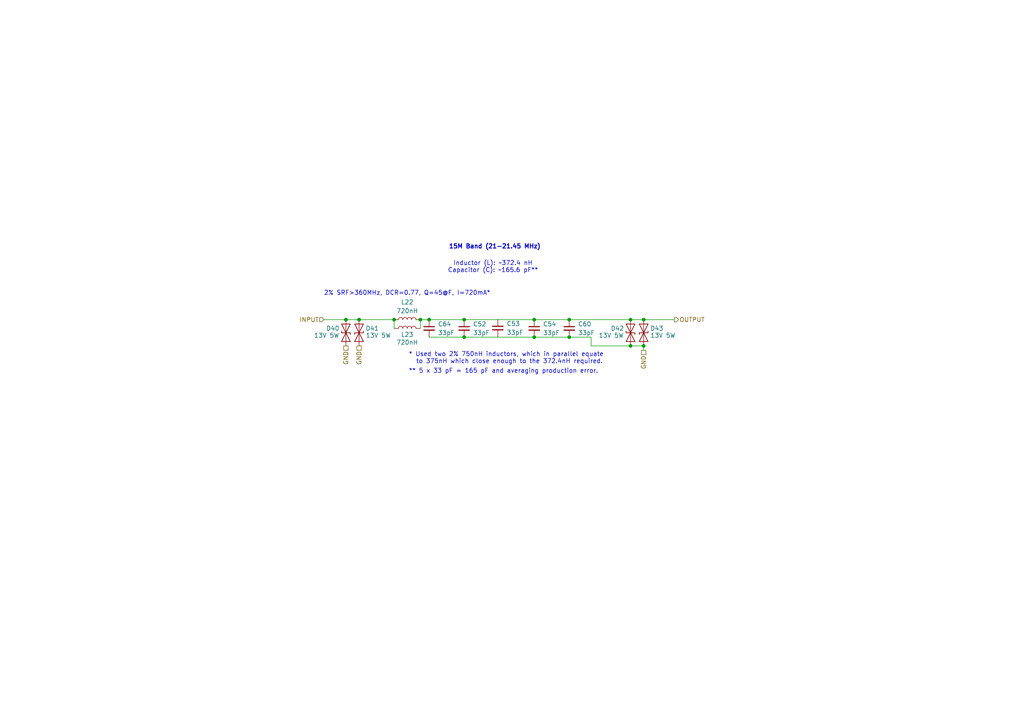
<source format=kicad_sch>
(kicad_sch (version 20231120) (generator "eeschema") (generator_version "8.0")
  (paper "A4")
  (lib_symbols
    (symbol "Device:C_Small" (pin_numbers hide) (pin_names (offset 0.254) hide)
      (property "Reference" "C" (at 0.254 1.778 0))
      (property "Value" "C_Small" (at 0.254 -2.032 0))
      (symbol "C_Small_0_1"
        (polyline (pts (xy -1.524 -0.508) (xy 1.524 -0.508)) (stroke (width 0.3302)))
        (polyline (pts (xy -1.524 0.508) (xy 1.524 0.508)) (stroke (width 0.3048)))
      )
      (symbol "C_Small_1_1"
        (pin passive line (at 0 2.54 270) (length 2.032) (name "~") (number "1"))
        (pin passive line (at 0 -2.54 90) (length 2.032) (name "~") (number "2"))
      )
    )
    (symbol "Device:L" (pin_numbers hide) (pin_names (offset 1.016) hide)
      (property "Reference" "L" (at -1.27 0 90))
      (property "Value" "L" (at 1.905 0 90))
      (symbol "L_0_1"
        (arc (start 0 -2.54) (mid 0.6323 -1.905) (end 0 -1.27))
        (arc (start 0 -1.27) (mid 0.6323 -0.635) (end 0 0))
        (arc (start 0 0) (mid 0.6323 0.635) (end 0 1.27))
        (arc (start 0 1.27) (mid 0.6323 1.905) (end 0 2.54))
      )
      (symbol "L_1_1"
        (pin passive line (at 0 3.81 270) (length 1.27) (name "1") (number "1"))
        (pin passive line (at 0 -3.81 90) (length 1.27) (name "2") (number "2"))
      )
    )
    (symbol "Diode:SD15_SOD323" (pin_numbers hide) (pin_names (offset 1.016) hide)
      (property "Reference" "D" (at 0 2.54 0))
      (property "Value" "SD15_SOD323" (at 0 -2.54 0))
      (symbol "SD15_SOD323_0_1"
        (polyline (pts (xy 1.27 0) (xy -1.27 0)))
        (polyline (pts (xy -2.54 -1.27) (xy 0 0) (xy -2.54 1.27) (xy -2.54 -1.27)) (stroke (width 0.2032)))
        (polyline (pts (xy 0.508 1.27) (xy 0 1.27) (xy 0 -1.27) (xy -0.508 -1.27)) (stroke (width 0.2032)))
        (polyline (pts (xy 2.54 1.27) (xy 2.54 -1.27) (xy 0 0) (xy 2.54 1.27)) (stroke (width 0.2032)))
      )
      (symbol "SD15_SOD323_1_1"
        (pin passive line (at -3.81 0 0) (length 2.54) (name "A1") (number "1"))
        (pin passive line (at 3.81 0 180) (length 2.54) (name "A2") (number "2"))
      )
    )
  )
  (junction (at 114.3 92.71))
  (junction (at 134.62 92.71))
  (junction (at 182.88 100.33))
  (junction (at 154.94 92.71))
  (junction (at 165.1 92.71))
  (junction (at 182.88 92.71))
  (junction (at 104.14 92.71))
  (junction (at 186.69 100.33))
  (junction (at 154.94 97.79))
  (junction (at 186.69 92.71))
  (junction (at 124.46 92.71))
  (junction (at 100.33 92.71))
  (junction (at 121.92 92.71))
  (junction (at 165.1 97.79))
  (junction (at 134.62 97.79))
  (wire (pts (xy 186.69 100.33) (xy 186.69 101.6)))
  (wire (pts (xy 182.88 92.71) (xy 186.69 92.71)))
  (wire (pts (xy 134.62 92.71) (xy 154.94 92.71)))
  (wire (pts (xy 171.45 100.33) (xy 182.88 100.33)))
  (wire (pts (xy 165.1 92.71) (xy 182.88 92.71)))
  (wire (pts (xy 100.33 92.71) (xy 104.14 92.71)))
  (wire (pts (xy 124.46 97.79) (xy 134.62 97.79)))
  (wire (pts (xy 121.92 92.71) (xy 124.46 92.71)))
  (wire (pts (xy 93.98 92.71) (xy 100.33 92.71)))
  (wire (pts (xy 104.14 92.71) (xy 114.3 92.71)))
  (wire (pts (xy 186.69 92.71) (xy 195.58 92.71)))
  (wire (pts (xy 182.88 100.33) (xy 186.69 100.33)))
  (wire (pts (xy 171.45 100.33) (xy 171.45 97.79)))
  (wire (pts (xy 124.46 92.71) (xy 134.62 92.71)))
  (wire (pts (xy 154.94 97.79) (xy 165.1 97.79)))
  (wire (pts (xy 165.1 97.79) (xy 171.45 97.79)))
  (wire (pts (xy 114.3 92.71) (xy 114.3 95.25)))
  (wire (pts (xy 154.94 92.71) (xy 165.1 92.71)))
  (wire (pts (xy 121.92 92.71) (xy 121.92 95.25)))
  (wire (pts (xy 134.62 97.79) (xy 154.94 97.79)))
  (text "15M Band (21-21.45 MHz)" (at 143.51 71.628 0) (effects (font (size 1.27 1.27) (thickness 0.254) (bold yes))))
  (text "* Used two 2% 750nH inductors, which in parallel equate\n  to 375nH which close enough to the 372.4nH required." (at 146.812 103.886 0) (effects (font (size 1.27 1.27))))
  (text "** 5 x 33 pF = 165 pF and averaging production error." (at 146.05 107.696 0) (effects (font (size 1.27 1.27))))
  (text "2% SRF>360MHz, DCR=0.77, Q=45@F, I=720mA*" (at 118.11 85.09 0) (effects (font (size 1.27 1.27))))
  (text "Inductor (L): ~372.4 nH\nCapacitor (C): ~165.6 pF**" (at 143.002 77.47 0) (effects (font (size 1.27 1.27))))
  (hierarchical_label "OUTPUT" (shape output) (at 195.58 92.71 0))
  (hierarchical_label "GND" (shape passive) (at 104.14 100.33 270))
  (hierarchical_label "INPUT" (shape input) (at 93.98 92.71 180))
  (hierarchical_label "GND" (shape passive) (at 186.69 101.6 270))
  (hierarchical_label "GND" (shape passive) (at 100.33 100.33 270))
  (symbol (lib_id "Device:L") (at 118.11 95.25 90) (unit 1)
    (property "Reference" "L23" (at 118.11 97.028 90))
    (property "Value" "720nH" (at 118.11 99.314 90))
    (property "Footprint" "Inductor_SMD:L_1008_2520Metric" (effects (hide yes)))
    (property "Datasheet" "https://wmsc.lcsc.com/wmsc/upload/file/pdf/v2/lcsc/2304140030_PSA-Prosperity-Dielectrics-FEC1008CP-R75G-LRH_C346454.pdf" (effects (hide yes)))
    (property "Description" "360mA 750nH ±2% 1.54Ω 1008 Inductors (SMD) ROHS" (effects (hide yes)))
    (property "Notes" "For 15M band, 21-21.45MHz" (effects (hide yes)))
    (property "LCSC Part #" "C346454" (effects (hide yes)))
    (property "MPN" "FEC1008CP-R75G-LRH" (effects (hide yes)))
    (property "Manufacturer" "Prosperity Dielectrics" (effects (hide yes)))
  )
  (symbol (lib_id "Diode:SD15_SOD323") (at 186.69 96.52 270) (mirror x) (unit 1)
    (property "Reference" "D43" (at 190.5 95.25 90))
    (property "Value" "13V 5W" (at 192.278 97.282 90))
    (property "Footprint" "Diode_SMD:D_0603_1608Metric" (effects (hide yes)))
    (property "Datasheet" "https://wmsc.lcsc.com/wmsc/upload/file/pdf/v2/lcsc/1912111437_DOWO-SMB5350B_C284082.pdf" (effects (hide yes)))
    (property "Description" "Independent Type 5W 13V SMB(DO-214AA) Zener Diodes ROHS" (effects (hide yes)))
    (property "LCSC Part #" "C284082" (effects (hide yes)))
    (property "MPN" "SMB5350B" (effects (hide yes)))
    (property "Manufacturer" "DOWO" (effects (hide yes)))
  )
  (symbol (lib_id "Diode:SD15_SOD323") (at 100.33 96.52 90) (unit 1)
    (property "Reference" "D40" (at 96.52 95.25 90))
    (property "Value" "13V 5W" (at 94.742 97.282 90))
    (property "Footprint" "Diode_SMD:D_0603_1608Metric" (effects (hide yes)))
    (property "Datasheet" "https://wmsc.lcsc.com/wmsc/upload/file/pdf/v2/lcsc/1912111437_DOWO-SMB5350B_C284082.pdf" (effects (hide yes)))
    (property "Description" "Independent Type 5W 13V SMB(DO-214AA) Zener Diodes ROHS" (effects (hide yes)))
    (property "LCSC Part #" "C284082" (effects (hide yes)))
    (property "MPN" "SMB5350B" (effects (hide yes)))
    (property "Manufacturer" "DOWO" (effects (hide yes)))
  )
  (symbol (lib_id "Device:C_Small") (at 124.46 95.25 0) (unit 1)
    (property "Reference" "C64" (at 127 93.9862 0) (effects (justify left)))
    (property "Value" "33pF" (at 127 96.5262 0) (effects (justify left)))
    (property "Footprint" "Capacitor_SMD:C_1206_3216Metric" (effects (hide yes)))
    (property "Datasheet" "https://wmsc.lcsc.com/wmsc/upload/file/pdf/v2/lcsc/2304140030_Murata-Electronics-GRM31A5C2J330JW01D_C415521.pdf" (effects (hide yes)))
    (property "Description" "630V 33pF C0G ±5% 1206 Multilayer Ceramic Capacitors MLCC - SMD/SMT ROHS" (effects (hide yes)))
    (property "LCSC Part #" "C415521" (effects (hide yes)))
    (property "MPN" "GRM31A5C2J330JW01D" (effects (hide yes)))
    (property "Manufacturer" "Murata" (effects (hide yes)))
  )
  (symbol (lib_id "Diode:SD15_SOD323") (at 104.14 96.52 270) (mirror x) (unit 1)
    (property "Reference" "D41" (at 107.95 95.25 90))
    (property "Value" "13V 5W" (at 109.728 97.282 90))
    (property "Footprint" "Diode_SMD:D_0603_1608Metric" (effects (hide yes)))
    (property "Datasheet" "https://wmsc.lcsc.com/wmsc/upload/file/pdf/v2/lcsc/1912111437_DOWO-SMB5350B_C284082.pdf" (effects (hide yes)))
    (property "Description" "Independent Type 5W 13V SMB(DO-214AA) Zener Diodes ROHS" (effects (hide yes)))
    (property "LCSC Part #" "C284082" (effects (hide yes)))
    (property "MPN" "SMB5350B" (effects (hide yes)))
    (property "Manufacturer" "DOWO" (effects (hide yes)))
  )
  (symbol (lib_id "Diode:SD15_SOD323") (at 182.88 96.52 90) (unit 1)
    (property "Reference" "D42" (at 179.07 95.25 90))
    (property "Value" "13V 5W" (at 177.292 97.282 90))
    (property "Footprint" "Diode_SMD:D_0603_1608Metric" (effects (hide yes)))
    (property "Datasheet" "https://wmsc.lcsc.com/wmsc/upload/file/pdf/v2/lcsc/1912111437_DOWO-SMB5350B_C284082.pdf" (effects (hide yes)))
    (property "Description" "Independent Type 5W 13V SMB(DO-214AA) Zener Diodes ROHS" (effects (hide yes)))
    (property "LCSC Part #" "C284082" (effects (hide yes)))
    (property "MPN" "SMB5350B" (effects (hide yes)))
    (property "Manufacturer" "DOWO" (effects (hide yes)))
  )
  (symbol (lib_id "Device:L") (at 118.11 92.71 90) (unit 1)
    (property "Reference" "L22" (at 118.11 87.63 90))
    (property "Value" "720nH" (at 118.11 90.17 90))
    (property "Footprint" "Inductor_SMD:L_1008_2520Metric" (effects (hide yes)))
    (property "Datasheet" "https://wmsc.lcsc.com/wmsc/upload/file/pdf/v2/lcsc/2304140030_PSA-Prosperity-Dielectrics-FEC1008CP-R75G-LRH_C346454.pdf" (effects (hide yes)))
    (property "Description" "360mA 750nH ±2% 1.54Ω 1008 Inductors (SMD) ROHS" (effects (hide yes)))
    (property "Notes" "For 15M band, 21-21.45MHz" (effects (hide yes)))
    (property "LCSC Part #" "C346454" (effects (hide yes)))
    (property "MPN" "FEC1008CP-R75G-LRH" (effects (hide yes)))
    (property "Manufacturer" "Prosperity Dielectrics" (effects (hide yes)))
  )
  (symbol (lib_id "Device:C_Small") (at 154.94 95.25 0) (unit 1)
    (property "Reference" "C54" (at 157.48 93.9862 0) (effects (justify left)))
    (property "Value" "33pF" (at 157.48 96.5262 0) (effects (justify left)))
    (property "Footprint" "Capacitor_SMD:C_1206_3216Metric" (effects (hide yes)))
    (property "Datasheet" "https://wmsc.lcsc.com/wmsc/upload/file/pdf/v2/lcsc/2304140030_Murata-Electronics-GRM31A5C2J330JW01D_C415521.pdf" (effects (hide yes)))
    (property "Description" "630V 33pF C0G ±5% 1206 Multilayer Ceramic Capacitors MLCC - SMD/SMT ROHS" (effects (hide yes)))
    (property "LCSC Part #" "C415521" (effects (hide yes)))
    (property "MPN" "GRM31A5C2J330JW01D" (effects (hide yes)))
    (property "Manufacturer" "Murata" (effects (hide yes)))
  )
  (symbol (lib_id "Device:C_Small") (at 165.1 95.25 0) (unit 1)
    (property "Reference" "C60" (at 167.64 93.9862 0) (effects (justify left)))
    (property "Value" "33pF" (at 167.64 96.5262 0) (effects (justify left)))
    (property "Footprint" "Capacitor_SMD:C_1206_3216Metric" (effects (hide yes)))
    (property "Datasheet" "https://wmsc.lcsc.com/wmsc/upload/file/pdf/v2/lcsc/2304140030_Murata-Electronics-GRM31A5C2J330JW01D_C415521.pdf" (effects (hide yes)))
    (property "Description" "630V 33pF C0G ±5% 1206 Multilayer Ceramic Capacitors MLCC - SMD/SMT ROHS" (effects (hide yes)))
    (property "LCSC Part #" "C415521" (effects (hide yes)))
    (property "MPN" "GRM31A5C2J330JW01D" (effects (hide yes)))
    (property "Manufacturer" "Murata" (effects (hide yes)))
  )
  (symbol (lib_id "Device:C_Small") (at 144.3957 95.1494 0) (unit 1)
    (property "Reference" "C53" (at 146.9357 93.8856 0) (effects (justify left)))
    (property "Value" "33pF" (at 146.9357 96.4256 0) (effects (justify left)))
    (property "Footprint" "Capacitor_SMD:C_1206_3216Metric" (effects (hide yes)))
    (property "Datasheet" "https://wmsc.lcsc.com/wmsc/upload/file/pdf/v2/lcsc/2304140030_Murata-Electronics-GRM31A5C2J330JW01D_C415521.pdf" (effects (hide yes)))
    (property "Description" "630V 33pF C0G ±5% 1206 Multilayer Ceramic Capacitors MLCC - SMD/SMT ROHS" (effects (hide yes)))
    (property "LCSC Part #" "C415521" (effects (hide yes)))
    (property "MPN" "GRM31A5C2J330JW01D" (effects (hide yes)))
    (property "Manufacturer" "Murata" (effects (hide yes)))
  )
  (symbol (lib_id "Device:C_Small") (at 134.62 95.25 0) (unit 1)
    (property "Reference" "C52" (at 137.16 93.9862 0) (effects (justify left)))
    (property "Value" "33pF" (at 137.16 96.5262 0) (effects (justify left)))
    (property "Footprint" "Capacitor_SMD:C_1206_3216Metric" (effects (hide yes)))
    (property "Datasheet" "https://wmsc.lcsc.com/wmsc/upload/file/pdf/v2/lcsc/2304140030_Murata-Electronics-GRM31A5C2J330JW01D_C415521.pdf" (effects (hide yes)))
    (property "Description" "630V 33pF C0G ±5% 1206 Multilayer Ceramic Capacitors MLCC - SMD/SMT ROHS" (effects (hide yes)))
    (property "LCSC Part #" "C415521" (effects (hide yes)))
    (property "MPN" "GRM31A5C2J330JW01D" (effects (hide yes)))
    (property "Manufacturer" "Murata" (effects (hide yes)))
  )
)
</source>
